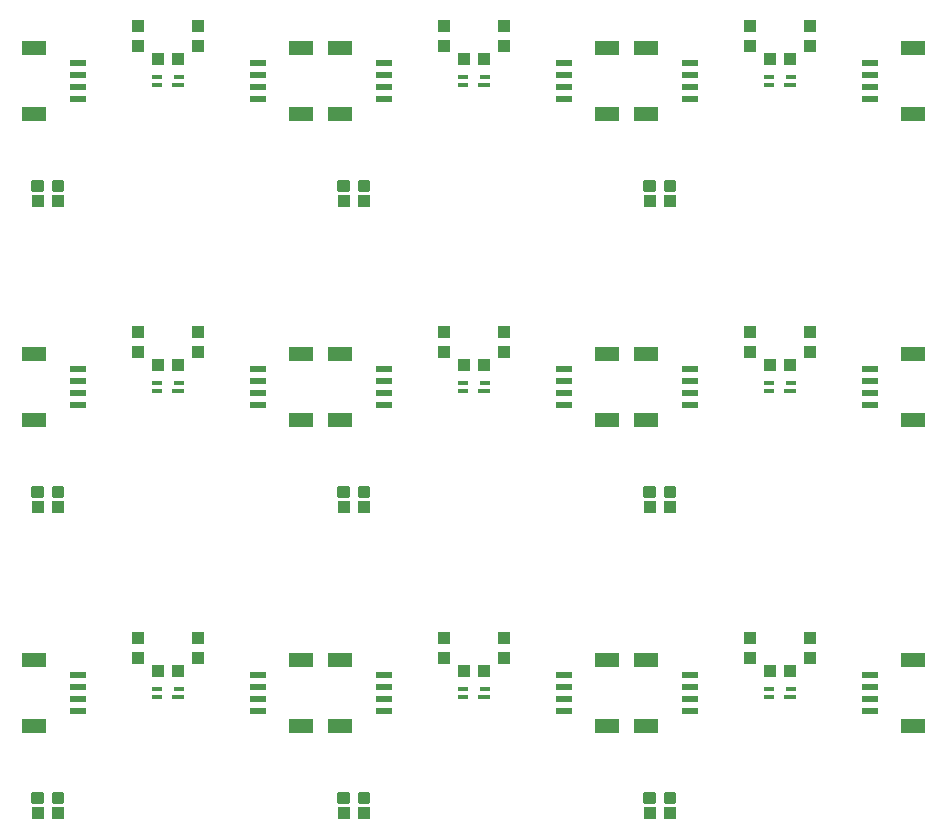
<source format=gtp>
G75*
%MOIN*%
%OFA0B0*%
%FSLAX25Y25*%
%IPPOS*%
%LPD*%
%AMOC8*
5,1,8,0,0,1.08239X$1,22.5*
%
%ADD10R,0.03543X0.01378*%
%ADD11R,0.03937X0.01378*%
%ADD12R,0.04331X0.03937*%
%ADD13C,0.01181*%
%ADD14R,0.03937X0.04331*%
%ADD15R,0.07874X0.04724*%
%ADD16R,0.05315X0.02362*%
D10*
X0164593Y0098622D03*
X0164593Y0101378D03*
X0172073Y0101378D03*
X0266593Y0101378D03*
X0266593Y0098622D03*
X0274073Y0101378D03*
X0368593Y0101378D03*
X0368593Y0098622D03*
X0376073Y0101378D03*
X0368593Y0200622D03*
X0368593Y0203378D03*
X0376073Y0203378D03*
X0274073Y0203378D03*
X0266593Y0203378D03*
X0266593Y0200622D03*
X0172073Y0203378D03*
X0164593Y0203378D03*
X0164593Y0200622D03*
X0164593Y0302622D03*
X0164593Y0305378D03*
X0172073Y0305378D03*
X0266593Y0305378D03*
X0266593Y0302622D03*
X0274073Y0305378D03*
X0368593Y0305378D03*
X0368593Y0302622D03*
X0376073Y0305378D03*
D11*
X0375877Y0302622D03*
X0273877Y0302622D03*
X0171877Y0302622D03*
X0171877Y0200622D03*
X0273877Y0200622D03*
X0375877Y0200622D03*
X0375877Y0098622D03*
X0273877Y0098622D03*
X0171877Y0098622D03*
D12*
X0124987Y0060000D03*
X0131680Y0060000D03*
X0164987Y0107500D03*
X0171680Y0107500D03*
X0226987Y0060000D03*
X0233680Y0060000D03*
X0266987Y0107500D03*
X0273680Y0107500D03*
X0328987Y0060000D03*
X0335680Y0060000D03*
X0368987Y0107500D03*
X0375680Y0107500D03*
X0335680Y0162000D03*
X0328987Y0162000D03*
X0368987Y0209500D03*
X0375680Y0209500D03*
X0335680Y0264000D03*
X0328987Y0264000D03*
X0368987Y0311500D03*
X0375680Y0311500D03*
X0273680Y0311500D03*
X0266987Y0311500D03*
X0233680Y0264000D03*
X0226987Y0264000D03*
X0171680Y0311500D03*
X0164987Y0311500D03*
X0131680Y0264000D03*
X0124987Y0264000D03*
X0164987Y0209500D03*
X0171680Y0209500D03*
X0131680Y0162000D03*
X0124987Y0162000D03*
X0226987Y0162000D03*
X0233680Y0162000D03*
X0266987Y0209500D03*
X0273680Y0209500D03*
D13*
X0232408Y0168378D02*
X0232408Y0165622D01*
X0232408Y0168378D02*
X0235164Y0168378D01*
X0235164Y0165622D01*
X0232408Y0165622D01*
X0232408Y0166802D02*
X0235164Y0166802D01*
X0235164Y0167982D02*
X0232408Y0167982D01*
X0225503Y0168378D02*
X0225503Y0165622D01*
X0225503Y0168378D02*
X0228259Y0168378D01*
X0228259Y0165622D01*
X0225503Y0165622D01*
X0225503Y0166802D02*
X0228259Y0166802D01*
X0228259Y0167982D02*
X0225503Y0167982D01*
X0130408Y0168378D02*
X0130408Y0165622D01*
X0130408Y0168378D02*
X0133164Y0168378D01*
X0133164Y0165622D01*
X0130408Y0165622D01*
X0130408Y0166802D02*
X0133164Y0166802D01*
X0133164Y0167982D02*
X0130408Y0167982D01*
X0123503Y0168378D02*
X0123503Y0165622D01*
X0123503Y0168378D02*
X0126259Y0168378D01*
X0126259Y0165622D01*
X0123503Y0165622D01*
X0123503Y0166802D02*
X0126259Y0166802D01*
X0126259Y0167982D02*
X0123503Y0167982D01*
X0123503Y0267622D02*
X0123503Y0270378D01*
X0126259Y0270378D01*
X0126259Y0267622D01*
X0123503Y0267622D01*
X0123503Y0268802D02*
X0126259Y0268802D01*
X0126259Y0269982D02*
X0123503Y0269982D01*
X0130408Y0270378D02*
X0130408Y0267622D01*
X0130408Y0270378D02*
X0133164Y0270378D01*
X0133164Y0267622D01*
X0130408Y0267622D01*
X0130408Y0268802D02*
X0133164Y0268802D01*
X0133164Y0269982D02*
X0130408Y0269982D01*
X0225503Y0270378D02*
X0225503Y0267622D01*
X0225503Y0270378D02*
X0228259Y0270378D01*
X0228259Y0267622D01*
X0225503Y0267622D01*
X0225503Y0268802D02*
X0228259Y0268802D01*
X0228259Y0269982D02*
X0225503Y0269982D01*
X0232408Y0270378D02*
X0232408Y0267622D01*
X0232408Y0270378D02*
X0235164Y0270378D01*
X0235164Y0267622D01*
X0232408Y0267622D01*
X0232408Y0268802D02*
X0235164Y0268802D01*
X0235164Y0269982D02*
X0232408Y0269982D01*
X0327503Y0270378D02*
X0327503Y0267622D01*
X0327503Y0270378D02*
X0330259Y0270378D01*
X0330259Y0267622D01*
X0327503Y0267622D01*
X0327503Y0268802D02*
X0330259Y0268802D01*
X0330259Y0269982D02*
X0327503Y0269982D01*
X0334408Y0270378D02*
X0334408Y0267622D01*
X0334408Y0270378D02*
X0337164Y0270378D01*
X0337164Y0267622D01*
X0334408Y0267622D01*
X0334408Y0268802D02*
X0337164Y0268802D01*
X0337164Y0269982D02*
X0334408Y0269982D01*
X0334408Y0168378D02*
X0334408Y0165622D01*
X0334408Y0168378D02*
X0337164Y0168378D01*
X0337164Y0165622D01*
X0334408Y0165622D01*
X0334408Y0166802D02*
X0337164Y0166802D01*
X0337164Y0167982D02*
X0334408Y0167982D01*
X0327503Y0168378D02*
X0327503Y0165622D01*
X0327503Y0168378D02*
X0330259Y0168378D01*
X0330259Y0165622D01*
X0327503Y0165622D01*
X0327503Y0166802D02*
X0330259Y0166802D01*
X0330259Y0167982D02*
X0327503Y0167982D01*
X0327503Y0066378D02*
X0327503Y0063622D01*
X0327503Y0066378D02*
X0330259Y0066378D01*
X0330259Y0063622D01*
X0327503Y0063622D01*
X0327503Y0064802D02*
X0330259Y0064802D01*
X0330259Y0065982D02*
X0327503Y0065982D01*
X0334408Y0066378D02*
X0334408Y0063622D01*
X0334408Y0066378D02*
X0337164Y0066378D01*
X0337164Y0063622D01*
X0334408Y0063622D01*
X0334408Y0064802D02*
X0337164Y0064802D01*
X0337164Y0065982D02*
X0334408Y0065982D01*
X0232408Y0066378D02*
X0232408Y0063622D01*
X0232408Y0066378D02*
X0235164Y0066378D01*
X0235164Y0063622D01*
X0232408Y0063622D01*
X0232408Y0064802D02*
X0235164Y0064802D01*
X0235164Y0065982D02*
X0232408Y0065982D01*
X0225503Y0066378D02*
X0225503Y0063622D01*
X0225503Y0066378D02*
X0228259Y0066378D01*
X0228259Y0063622D01*
X0225503Y0063622D01*
X0225503Y0064802D02*
X0228259Y0064802D01*
X0228259Y0065982D02*
X0225503Y0065982D01*
X0130408Y0066378D02*
X0130408Y0063622D01*
X0130408Y0066378D02*
X0133164Y0066378D01*
X0133164Y0063622D01*
X0130408Y0063622D01*
X0130408Y0064802D02*
X0133164Y0064802D01*
X0133164Y0065982D02*
X0130408Y0065982D01*
X0123503Y0066378D02*
X0123503Y0063622D01*
X0123503Y0066378D02*
X0126259Y0066378D01*
X0126259Y0063622D01*
X0123503Y0063622D01*
X0123503Y0064802D02*
X0126259Y0064802D01*
X0126259Y0065982D02*
X0123503Y0065982D01*
D14*
X0158333Y0111654D03*
X0158333Y0118346D03*
X0178333Y0118346D03*
X0178333Y0111654D03*
X0260333Y0111654D03*
X0260333Y0118346D03*
X0280333Y0118346D03*
X0280333Y0111654D03*
X0362333Y0111654D03*
X0362333Y0118346D03*
X0382333Y0118346D03*
X0382333Y0111654D03*
X0382333Y0213654D03*
X0382333Y0220346D03*
X0362333Y0220346D03*
X0362333Y0213654D03*
X0280333Y0213654D03*
X0280333Y0220346D03*
X0260333Y0220346D03*
X0260333Y0213654D03*
X0178333Y0213654D03*
X0178333Y0220346D03*
X0158333Y0220346D03*
X0158333Y0213654D03*
X0158333Y0315654D03*
X0158333Y0322346D03*
X0178333Y0322346D03*
X0178333Y0315654D03*
X0260333Y0315654D03*
X0260333Y0322346D03*
X0280333Y0322346D03*
X0280333Y0315654D03*
X0362333Y0315654D03*
X0362333Y0322346D03*
X0382333Y0322346D03*
X0382333Y0315654D03*
D15*
X0416802Y0315024D03*
X0416802Y0292976D03*
X0327865Y0292976D03*
X0314802Y0292976D03*
X0314802Y0315024D03*
X0327865Y0315024D03*
X0225865Y0315024D03*
X0212802Y0315024D03*
X0212802Y0292976D03*
X0225865Y0292976D03*
X0123865Y0292976D03*
X0123865Y0315024D03*
X0123865Y0213024D03*
X0123865Y0190976D03*
X0212802Y0190976D03*
X0225865Y0190976D03*
X0225865Y0213024D03*
X0212802Y0213024D03*
X0314802Y0213024D03*
X0327865Y0213024D03*
X0327865Y0190976D03*
X0314802Y0190976D03*
X0416802Y0190976D03*
X0416802Y0213024D03*
X0416802Y0111024D03*
X0416802Y0088976D03*
X0327865Y0088976D03*
X0314802Y0088976D03*
X0314802Y0111024D03*
X0327865Y0111024D03*
X0225865Y0111024D03*
X0212802Y0111024D03*
X0212802Y0088976D03*
X0225865Y0088976D03*
X0123865Y0088976D03*
X0123865Y0111024D03*
D16*
X0138333Y0105906D03*
X0138333Y0101969D03*
X0138333Y0098031D03*
X0138333Y0094094D03*
X0198333Y0094094D03*
X0198333Y0098031D03*
X0198333Y0101969D03*
X0198333Y0105906D03*
X0240333Y0105906D03*
X0240333Y0101969D03*
X0240333Y0098031D03*
X0240333Y0094094D03*
X0300333Y0094094D03*
X0300333Y0098031D03*
X0300333Y0101969D03*
X0300333Y0105906D03*
X0342333Y0105906D03*
X0342333Y0101969D03*
X0342333Y0098031D03*
X0342333Y0094094D03*
X0402333Y0094094D03*
X0402333Y0098031D03*
X0402333Y0101969D03*
X0402333Y0105906D03*
X0402333Y0196094D03*
X0402333Y0200031D03*
X0402333Y0203969D03*
X0402333Y0207906D03*
X0342333Y0207906D03*
X0342333Y0203969D03*
X0342333Y0200031D03*
X0342333Y0196094D03*
X0300333Y0196094D03*
X0300333Y0200031D03*
X0300333Y0203969D03*
X0300333Y0207906D03*
X0240333Y0207906D03*
X0240333Y0203969D03*
X0240333Y0200031D03*
X0240333Y0196094D03*
X0198333Y0196094D03*
X0198333Y0200031D03*
X0198333Y0203969D03*
X0198333Y0207906D03*
X0138333Y0207906D03*
X0138333Y0203969D03*
X0138333Y0200031D03*
X0138333Y0196094D03*
X0138333Y0298094D03*
X0138333Y0302031D03*
X0138333Y0305969D03*
X0138333Y0309906D03*
X0198333Y0309906D03*
X0198333Y0305969D03*
X0198333Y0302031D03*
X0198333Y0298094D03*
X0240333Y0298094D03*
X0240333Y0302031D03*
X0240333Y0305969D03*
X0240333Y0309906D03*
X0300333Y0309906D03*
X0300333Y0305969D03*
X0300333Y0302031D03*
X0300333Y0298094D03*
X0342333Y0298094D03*
X0342333Y0302031D03*
X0342333Y0305969D03*
X0342333Y0309906D03*
X0402333Y0309906D03*
X0402333Y0305969D03*
X0402333Y0302031D03*
X0402333Y0298094D03*
M02*

</source>
